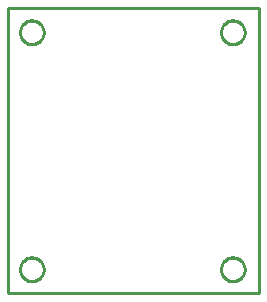
<source format=gbr>
G04 EAGLE Gerber RS-274X export*
G75*
%MOMM*%
%FSLAX34Y34*%
%LPD*%
%IN*%
%IPPOS*%
%AMOC8*
5,1,8,0,0,1.08239X$1,22.5*%
G01*
%ADD10C,0.254000*%


D10*
X0Y0D02*
X212600Y0D01*
X212600Y241200D01*
X0Y241200D01*
X0Y0D01*
X30320Y220543D02*
X30244Y219674D01*
X30092Y218814D01*
X29866Y217970D01*
X29568Y217150D01*
X29199Y216358D01*
X28762Y215602D01*
X28261Y214887D01*
X27700Y214218D01*
X27082Y213600D01*
X26413Y213039D01*
X25698Y212538D01*
X24942Y212101D01*
X24150Y211732D01*
X23330Y211434D01*
X22486Y211208D01*
X21627Y211056D01*
X20757Y210980D01*
X19883Y210980D01*
X19014Y211056D01*
X18154Y211208D01*
X17310Y211434D01*
X16490Y211732D01*
X15698Y212101D01*
X14942Y212538D01*
X14227Y213039D01*
X13558Y213600D01*
X12940Y214218D01*
X12379Y214887D01*
X11878Y215602D01*
X11441Y216358D01*
X11072Y217150D01*
X10774Y217970D01*
X10548Y218814D01*
X10396Y219674D01*
X10320Y220543D01*
X10320Y221417D01*
X10396Y222287D01*
X10548Y223146D01*
X10774Y223990D01*
X11072Y224810D01*
X11441Y225602D01*
X11878Y226358D01*
X12379Y227073D01*
X12940Y227742D01*
X13558Y228360D01*
X14227Y228921D01*
X14942Y229422D01*
X15698Y229859D01*
X16490Y230228D01*
X17310Y230526D01*
X18154Y230752D01*
X19014Y230904D01*
X19883Y230980D01*
X20757Y230980D01*
X21627Y230904D01*
X22486Y230752D01*
X23330Y230526D01*
X24150Y230228D01*
X24942Y229859D01*
X25698Y229422D01*
X26413Y228921D01*
X27082Y228360D01*
X27700Y227742D01*
X28261Y227073D01*
X28762Y226358D01*
X29199Y225602D01*
X29568Y224810D01*
X29866Y223990D01*
X30092Y223146D01*
X30244Y222287D01*
X30320Y221417D01*
X30320Y220543D01*
X200500Y220543D02*
X200424Y219674D01*
X200272Y218814D01*
X200046Y217970D01*
X199748Y217150D01*
X199379Y216358D01*
X198942Y215602D01*
X198441Y214887D01*
X197880Y214218D01*
X197262Y213600D01*
X196593Y213039D01*
X195878Y212538D01*
X195122Y212101D01*
X194330Y211732D01*
X193510Y211434D01*
X192666Y211208D01*
X191807Y211056D01*
X190937Y210980D01*
X190063Y210980D01*
X189194Y211056D01*
X188334Y211208D01*
X187490Y211434D01*
X186670Y211732D01*
X185878Y212101D01*
X185122Y212538D01*
X184407Y213039D01*
X183738Y213600D01*
X183120Y214218D01*
X182559Y214887D01*
X182058Y215602D01*
X181621Y216358D01*
X181252Y217150D01*
X180954Y217970D01*
X180728Y218814D01*
X180576Y219674D01*
X180500Y220543D01*
X180500Y221417D01*
X180576Y222287D01*
X180728Y223146D01*
X180954Y223990D01*
X181252Y224810D01*
X181621Y225602D01*
X182058Y226358D01*
X182559Y227073D01*
X183120Y227742D01*
X183738Y228360D01*
X184407Y228921D01*
X185122Y229422D01*
X185878Y229859D01*
X186670Y230228D01*
X187490Y230526D01*
X188334Y230752D01*
X189194Y230904D01*
X190063Y230980D01*
X190937Y230980D01*
X191807Y230904D01*
X192666Y230752D01*
X193510Y230526D01*
X194330Y230228D01*
X195122Y229859D01*
X195878Y229422D01*
X196593Y228921D01*
X197262Y228360D01*
X197880Y227742D01*
X198441Y227073D01*
X198942Y226358D01*
X199379Y225602D01*
X199748Y224810D01*
X200046Y223990D01*
X200272Y223146D01*
X200424Y222287D01*
X200500Y221417D01*
X200500Y220543D01*
X200500Y19883D02*
X200424Y19014D01*
X200272Y18154D01*
X200046Y17310D01*
X199748Y16490D01*
X199379Y15698D01*
X198942Y14942D01*
X198441Y14227D01*
X197880Y13558D01*
X197262Y12940D01*
X196593Y12379D01*
X195878Y11878D01*
X195122Y11441D01*
X194330Y11072D01*
X193510Y10774D01*
X192666Y10548D01*
X191807Y10396D01*
X190937Y10320D01*
X190063Y10320D01*
X189194Y10396D01*
X188334Y10548D01*
X187490Y10774D01*
X186670Y11072D01*
X185878Y11441D01*
X185122Y11878D01*
X184407Y12379D01*
X183738Y12940D01*
X183120Y13558D01*
X182559Y14227D01*
X182058Y14942D01*
X181621Y15698D01*
X181252Y16490D01*
X180954Y17310D01*
X180728Y18154D01*
X180576Y19014D01*
X180500Y19883D01*
X180500Y20757D01*
X180576Y21627D01*
X180728Y22486D01*
X180954Y23330D01*
X181252Y24150D01*
X181621Y24942D01*
X182058Y25698D01*
X182559Y26413D01*
X183120Y27082D01*
X183738Y27700D01*
X184407Y28261D01*
X185122Y28762D01*
X185878Y29199D01*
X186670Y29568D01*
X187490Y29866D01*
X188334Y30092D01*
X189194Y30244D01*
X190063Y30320D01*
X190937Y30320D01*
X191807Y30244D01*
X192666Y30092D01*
X193510Y29866D01*
X194330Y29568D01*
X195122Y29199D01*
X195878Y28762D01*
X196593Y28261D01*
X197262Y27700D01*
X197880Y27082D01*
X198441Y26413D01*
X198942Y25698D01*
X199379Y24942D01*
X199748Y24150D01*
X200046Y23330D01*
X200272Y22486D01*
X200424Y21627D01*
X200500Y20757D01*
X200500Y19883D01*
X30320Y19883D02*
X30244Y19014D01*
X30092Y18154D01*
X29866Y17310D01*
X29568Y16490D01*
X29199Y15698D01*
X28762Y14942D01*
X28261Y14227D01*
X27700Y13558D01*
X27082Y12940D01*
X26413Y12379D01*
X25698Y11878D01*
X24942Y11441D01*
X24150Y11072D01*
X23330Y10774D01*
X22486Y10548D01*
X21627Y10396D01*
X20757Y10320D01*
X19883Y10320D01*
X19014Y10396D01*
X18154Y10548D01*
X17310Y10774D01*
X16490Y11072D01*
X15698Y11441D01*
X14942Y11878D01*
X14227Y12379D01*
X13558Y12940D01*
X12940Y13558D01*
X12379Y14227D01*
X11878Y14942D01*
X11441Y15698D01*
X11072Y16490D01*
X10774Y17310D01*
X10548Y18154D01*
X10396Y19014D01*
X10320Y19883D01*
X10320Y20757D01*
X10396Y21627D01*
X10548Y22486D01*
X10774Y23330D01*
X11072Y24150D01*
X11441Y24942D01*
X11878Y25698D01*
X12379Y26413D01*
X12940Y27082D01*
X13558Y27700D01*
X14227Y28261D01*
X14942Y28762D01*
X15698Y29199D01*
X16490Y29568D01*
X17310Y29866D01*
X18154Y30092D01*
X19014Y30244D01*
X19883Y30320D01*
X20757Y30320D01*
X21627Y30244D01*
X22486Y30092D01*
X23330Y29866D01*
X24150Y29568D01*
X24942Y29199D01*
X25698Y28762D01*
X26413Y28261D01*
X27082Y27700D01*
X27700Y27082D01*
X28261Y26413D01*
X28762Y25698D01*
X29199Y24942D01*
X29568Y24150D01*
X29866Y23330D01*
X30092Y22486D01*
X30244Y21627D01*
X30320Y20757D01*
X30320Y19883D01*
M02*

</source>
